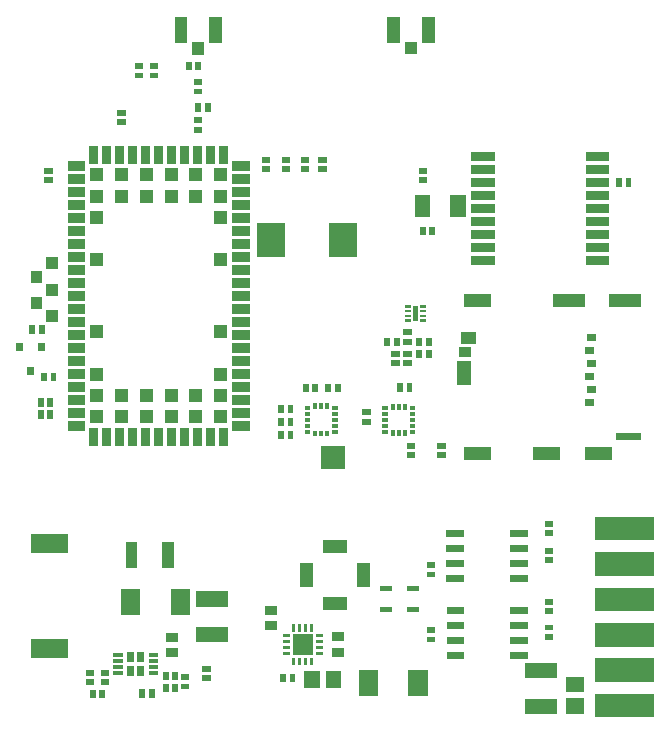
<source format=gbr>
G04 start of page 11 for group -4015 idx -4015 *
G04 Title: (unknown), toppaste *
G04 Creator: pcb 20140316 *
G04 CreationDate: Fri Aug 26 09:03:46 2016 UTC *
G04 For: clemi *
G04 Format: Gerber/RS-274X *
G04 PCB-Dimensions (mil): 6000.00 5000.00 *
G04 PCB-Coordinate-Origin: lower left *
%MOIN*%
%FSLAX25Y25*%
%LNTOPPASTE*%
%ADD160R,0.0237X0.0237*%
%ADD159R,0.0118X0.0118*%
%ADD158R,0.0056X0.0056*%
%ADD157R,0.0079X0.0079*%
%ADD156R,0.0787X0.0787*%
%ADD155R,0.0098X0.0098*%
%ADD154R,0.0197X0.0197*%
%ADD153R,0.0638X0.0638*%
%ADD152R,0.0630X0.0630*%
%ADD151R,0.0295X0.0295*%
%ADD150R,0.0472X0.0472*%
%ADD149R,0.0433X0.0433*%
%ADD148R,0.0138X0.0138*%
%ADD147R,0.0945X0.0945*%
%ADD146C,0.0001*%
%ADD145R,0.0413X0.0413*%
%ADD144R,0.0394X0.0394*%
%ADD143R,0.0157X0.0157*%
%ADD142R,0.0315X0.0315*%
%ADD141R,0.0512X0.0512*%
%ADD140R,0.0236X0.0236*%
%ADD139R,0.0197X0.0197*%
G54D139*X491339Y232283D02*X492125D01*
X491339Y229135D02*X492125D01*
X498032Y189371D02*X498818D01*
X498032Y192519D02*X498818D01*
X537402Y177165D02*X538188D01*
X537402Y180313D02*X538188D01*
G54D140*X504772Y177303D02*X508315D01*
X504772Y172303D02*X508315D01*
X504772Y167303D02*X508315D01*
X504772Y162303D02*X508315D01*
X526031D02*X529575D01*
X526031Y167303D02*X529575D01*
X526031Y172303D02*X529575D01*
X526031Y177303D02*X529575D01*
G54D139*X537288Y171704D02*X538074D01*
X537288Y168556D02*X538074D01*
X498032Y170865D02*X498818D01*
X498032Y167717D02*X498818D01*
X537402Y203150D02*X538188D01*
X537402Y206298D02*X538188D01*
X537402Y197243D02*X538188D01*
X537402Y194095D02*X538188D01*
G54D140*X504610Y203102D02*X508154D01*
X504610Y198102D02*X508154D01*
X504610Y193102D02*X508154D01*
X504610Y188102D02*X508154D01*
X525870D02*X529413D01*
X525870Y193102D02*X529413D01*
X525870Y198102D02*X529413D01*
X525870Y203102D02*X529413D01*
G54D139*X501544Y229130D02*X502330D01*
X501544Y232278D02*X502330D01*
X490158Y262991D02*X490944D01*
X490158Y259843D02*X490944D01*
X495670Y304330D02*Y303544D01*
X498818Y304330D02*Y303544D01*
G54D141*X495552Y313386D02*Y311024D01*
X507362Y313386D02*Y311024D01*
G54D142*X551575Y294094D02*X556299D01*
X551575Y298425D02*X556299D01*
X551575Y302756D02*X556299D01*
X551575Y307087D02*X556299D01*
X551575Y311417D02*X556299D01*
X551575Y315748D02*X556299D01*
X551575Y320079D02*X556299D01*
X551575Y324409D02*X556299D01*
X551575Y328740D02*X556299D01*
X513386D02*X518110D01*
X513386Y324409D02*X518110D01*
X513386Y320079D02*X518110D01*
X513386Y315748D02*X518110D01*
X513386Y311417D02*X518110D01*
X513386Y307087D02*X518110D01*
X513386Y302756D02*X518110D01*
X513386Y298425D02*X518110D01*
X513386Y294094D02*X518110D01*
G54D143*X551575D02*X556299D01*
X551575Y298425D02*X556299D01*
X551575Y302756D02*X556299D01*
X551575Y307087D02*X556299D01*
X551575Y311417D02*X556299D01*
X551575Y315748D02*X556299D01*
X551575Y320079D02*X556299D01*
X551575Y324409D02*X556299D01*
X551575Y328740D02*X556299D01*
X513386D02*X518110D01*
X513386Y324409D02*X518110D01*
X513386Y320079D02*X518110D01*
X513386Y315748D02*X518110D01*
X513386Y311417D02*X518110D01*
X513386Y307087D02*X518110D01*
X513386Y302756D02*X518110D01*
X513386Y298425D02*X518110D01*
X513386Y294094D02*X518110D01*
G54D139*X495276Y324015D02*X496062D01*
X495276Y320867D02*X496062D01*
X561103Y320472D02*Y319686D01*
X564251Y320472D02*Y319686D01*
G54D144*X491732Y364961D02*Y364764D01*
G54D145*X485925Y373130D02*Y368602D01*
X497539Y373130D02*Y368602D01*
G54D146*G36*
X370079Y295276D02*Y291339D01*
X374016D01*
Y295276D01*
X370079D01*
G37*
G54D139*X365473Y271418D02*Y270632D01*
X368621Y271418D02*Y270632D01*
G54D146*G36*
X364961Y290551D02*Y286614D01*
X368898D01*
Y290551D01*
X364961D01*
G37*
G36*
X370079Y286220D02*Y282283D01*
X374016D01*
Y286220D01*
X370079D01*
G37*
G36*
X364961Y281890D02*Y277953D01*
X368898D01*
Y281890D01*
X364961D01*
G37*
G36*
X370079Y277559D02*Y273622D01*
X374016D01*
Y277559D01*
X370079D01*
G37*
G54D139*X455906Y324410D02*X456692D01*
X455906Y327558D02*X456692D01*
X449607Y324409D02*X450393D01*
X449607Y327557D02*X450393D01*
X442914Y324409D02*X443700D01*
X442914Y327557D02*X443700D01*
X497637Y267322D02*Y266536D01*
X494489Y267322D02*Y266536D01*
X497637Y263385D02*Y262599D01*
X494489Y263385D02*Y262599D01*
X490158Y266930D02*X490944D01*
X490158Y270078D02*X490944D01*
X487007Y267322D02*Y266536D01*
X483859Y267322D02*Y266536D01*
X486221Y262991D02*X487007D01*
X486221Y259843D02*X487007D01*
G54D147*X445079Y301772D02*Y299803D01*
X469094Y301772D02*Y299803D01*
G54D148*X456988Y244882D02*X457382D01*
X456988Y242913D02*X457382D01*
X456988Y240945D02*X457382D01*
X456988Y238976D02*X457382D01*
X456988Y237008D02*X457382D01*
X466240D02*X466634D01*
X466240Y238976D02*X466634D01*
X466240Y240945D02*X466634D01*
X466240Y242913D02*X466634D01*
X466240Y244882D02*X466634D01*
X459843Y236516D02*Y236122D01*
X461811Y236516D02*Y236122D01*
X463780Y236516D02*Y236122D01*
Y245768D02*Y245374D01*
X461811Y245768D02*Y245374D01*
X459843Y245768D02*Y245374D01*
G54D139*X464174Y251968D02*Y251182D01*
X467322Y251968D02*Y251182D01*
X459842Y251968D02*Y251182D01*
X456694Y251968D02*Y251182D01*
X451574Y240550D02*Y239764D01*
X448426Y240550D02*Y239764D01*
X451574Y244881D02*Y244095D01*
X448426Y244881D02*Y244095D01*
G54D148*X482890Y244787D02*X483283D01*
X482890Y242819D02*X483283D01*
X482890Y240850D02*X483283D01*
X482890Y238882D02*X483283D01*
X482890Y236913D02*X483283D01*
X492142D02*X492535D01*
X492142Y238882D02*X492535D01*
X492142Y240850D02*X492535D01*
X492142Y242819D02*X492535D01*
X492142Y244787D02*X492535D01*
X485744Y236717D02*Y236323D01*
X487713Y236717D02*Y236323D01*
X489681Y236717D02*Y236323D01*
Y245378D02*Y244984D01*
X487713Y245378D02*Y244984D01*
X485744Y245378D02*Y244984D01*
G54D139*X476493Y240261D02*X477279D01*
X476493Y243409D02*X477279D01*
X488106Y252070D02*Y251284D01*
X491254Y252070D02*Y251284D01*
X451574Y236220D02*Y235434D01*
X448426Y236220D02*Y235434D01*
G54D146*G36*
X461811Y232283D02*Y224409D01*
X469685D01*
Y232283D01*
X461811D01*
G37*
G54D139*X400729Y358854D02*X401515D01*
X400729Y355706D02*X401515D01*
X420414Y337595D02*X421200D01*
X420414Y340743D02*X421200D01*
X405650Y358854D02*X406436D01*
X405650Y355706D02*X406436D01*
X394824Y340154D02*X395610D01*
X394824Y343302D02*X395610D01*
X417659Y359247D02*Y358461D01*
X420807Y359247D02*Y358461D01*
X423955Y345468D02*Y344682D01*
X420807Y345468D02*Y344682D01*
X420414Y350391D02*X421200D01*
X420414Y353539D02*X421200D01*
G54D144*X420807Y364858D02*Y364661D01*
G54D145*X415000Y373028D02*Y368500D01*
X426614Y373028D02*Y368500D01*
G54D139*X371523Y247106D02*Y246320D01*
X368375Y247106D02*Y246320D01*
Y243106D02*Y242320D01*
X371523Y243106D02*Y242320D01*
G54D140*X361240Y265346D02*Y264953D01*
X368720Y265346D02*Y264953D01*
X364980Y257472D02*Y257079D01*
G54D142*X378878Y325567D02*X381634D01*
X378878Y321236D02*X381634D01*
X378878Y316906D02*X381634D01*
X378878Y312575D02*X381634D01*
X378878Y308244D02*X381634D01*
X378878Y303913D02*X381634D01*
X378878Y299583D02*X381634D01*
X378878Y295252D02*X381634D01*
X378878Y290921D02*X381634D01*
X378878Y286591D02*X381634D01*
X378878Y282260D02*X381634D01*
X378878Y277929D02*X381634D01*
X378878Y273598D02*X381634D01*
X378878Y269268D02*X381634D01*
X378878Y264937D02*X381634D01*
X378878Y260606D02*X381634D01*
X378878Y256276D02*X381634D01*
X378878Y251945D02*X381634D01*
X378878Y247614D02*X381634D01*
X378878Y243283D02*X381634D01*
X378878Y238953D02*X381634D01*
X433602D02*X436358D01*
X433602Y243283D02*X436358D01*
X433602Y247614D02*X436358D01*
X433602Y251945D02*X436358D01*
X433602Y256276D02*X436358D01*
X433602Y260606D02*X436358D01*
X433602Y264937D02*X436358D01*
X433602Y269268D02*X436358D01*
X433602Y273598D02*X436358D01*
X433602Y277929D02*X436358D01*
X433602Y282260D02*X436358D01*
X433602Y286591D02*X436358D01*
X433602Y290921D02*X436358D01*
X433602Y295252D02*X436358D01*
X433602Y299583D02*X436358D01*
X433602Y303913D02*X436358D01*
X433602Y308244D02*X436358D01*
X433602Y312575D02*X436358D01*
X433602Y316906D02*X436358D01*
X433602Y321236D02*X436358D01*
X433602Y325567D02*X436358D01*
X385965Y236591D02*Y233835D01*
X390295Y236591D02*Y233835D01*
X394626Y236591D02*Y233835D01*
X398957Y236591D02*Y233835D01*
X403287Y236591D02*Y233835D01*
X407618Y236591D02*Y233835D01*
X411949Y236591D02*Y233835D01*
X416280Y236591D02*Y233835D01*
X420610Y236591D02*Y233835D01*
X424941Y236591D02*Y233835D01*
X429272Y236591D02*Y233835D01*
Y330685D02*Y327929D01*
X424941Y330685D02*Y327929D01*
X420610Y330685D02*Y327929D01*
X416280Y330685D02*Y327929D01*
X411949Y330685D02*Y327929D01*
X407618Y330685D02*Y327929D01*
X403287Y330685D02*Y327929D01*
X398957Y330685D02*Y327929D01*
X394626Y330685D02*Y327929D01*
X390295Y330685D02*Y327929D01*
X385965Y330685D02*Y327929D01*
G54D146*G36*
X384783Y324780D02*Y320449D01*
X389114D01*
Y324780D01*
X384783D01*
G37*
G36*
X393051D02*Y320449D01*
X397382D01*
Y324780D01*
X393051D01*
G37*
G36*
X401319D02*Y320449D01*
X405650D01*
Y324780D01*
X401319D01*
G37*
G36*
X409587D02*Y320449D01*
X413917D01*
Y324780D01*
X409587D01*
G37*
G36*
X417854D02*Y320449D01*
X422185D01*
Y324780D01*
X417854D01*
G37*
G36*
X426122D02*Y320449D01*
X430453D01*
Y324780D01*
X426122D01*
G37*
G36*
X384783Y317693D02*Y313362D01*
X389114D01*
Y317693D01*
X384783D01*
G37*
G36*
X393051D02*Y313362D01*
X397382D01*
Y317693D01*
X393051D01*
G37*
G36*
X401319D02*Y313362D01*
X405650D01*
Y317693D01*
X401319D01*
G37*
G36*
X409587D02*Y313362D01*
X413917D01*
Y317693D01*
X409587D01*
G37*
G36*
X417854D02*Y313362D01*
X422185D01*
Y317693D01*
X417854D01*
G37*
G36*
X426122D02*Y313362D01*
X430453D01*
Y317693D01*
X426122D01*
G37*
G36*
X384783Y310606D02*Y306276D01*
X389114D01*
Y310606D01*
X384783D01*
G37*
G36*
X426122D02*Y306276D01*
X430453D01*
Y310606D01*
X426122D01*
G37*
G36*
X384783Y296433D02*Y292102D01*
X389114D01*
Y296433D01*
X384783D01*
G37*
G36*
X426122D02*Y292102D01*
X430453D01*
Y296433D01*
X426122D01*
G37*
G36*
X384783Y244071D02*Y239740D01*
X389114D01*
Y244071D01*
X384783D01*
G37*
G36*
X393051D02*Y239740D01*
X397382D01*
Y244071D01*
X393051D01*
G37*
G36*
X401319D02*Y239740D01*
X405650D01*
Y244071D01*
X401319D01*
G37*
G36*
X409587D02*Y239740D01*
X413917D01*
Y244071D01*
X409587D01*
G37*
G36*
X417854D02*Y239740D01*
X422185D01*
Y244071D01*
X417854D01*
G37*
G36*
X426122D02*Y239740D01*
X430453D01*
Y244071D01*
X426122D01*
G37*
G36*
X384783Y251157D02*Y246827D01*
X389114D01*
Y251157D01*
X384783D01*
G37*
G36*
X393051D02*Y246827D01*
X397382D01*
Y251157D01*
X393051D01*
G37*
G36*
X401319D02*Y246827D01*
X405650D01*
Y251157D01*
X401319D01*
G37*
G36*
X409587D02*Y246827D01*
X413917D01*
Y251157D01*
X409587D01*
G37*
G36*
X417854D02*Y246827D01*
X422185D01*
Y251157D01*
X417854D01*
G37*
G36*
X426122D02*Y246827D01*
X430453D01*
Y251157D01*
X426122D01*
G37*
G36*
X384783Y258244D02*Y253913D01*
X389114D01*
Y258244D01*
X384783D01*
G37*
G36*
X426122D02*Y253913D01*
X430453D01*
Y258244D01*
X426122D01*
G37*
G36*
X384783Y272417D02*Y268087D01*
X389114D01*
Y272417D01*
X384783D01*
G37*
G36*
X426122D02*Y268087D01*
X430453D01*
Y272417D01*
X426122D01*
G37*
G54D139*X372574Y255645D02*Y254859D01*
X369426Y255645D02*Y254859D01*
G54D149*X559902Y280598D02*X566201D01*
X541398D02*X547697D01*
X511594D02*X516319D01*
G54D144*X510492Y268315D02*X511280D01*
G54D142*X509232Y263591D02*X510020D01*
G54D150*X509429Y258079D02*Y254929D01*
G54D149*X511594Y229811D02*X516319D01*
X534626D02*X539350D01*
X551949D02*X556673D01*
G54D140*X561280Y235480D02*X567185D01*
X550768Y246720D02*X551555D01*
Y251051D02*X552343D01*
X550768Y255382D02*X551555D01*
Y259713D02*X552343D01*
X550768Y264043D02*X551555D01*
Y268374D02*X552343D01*
G54D139*X389304Y156570D02*X390090D01*
X389304Y153422D02*X390090D01*
X384383Y156570D02*X385169D01*
X384383Y153422D02*X385169D01*
G54D141*X422588Y181196D02*X428098D01*
X422588Y169386D02*X428098D01*
G54D151*X411465Y168402D02*X412449D01*
X411465Y163284D02*X412449D01*
G54D139*X402115Y150093D02*Y149307D01*
X405263Y150093D02*Y149307D01*
X416091Y152064D02*X416877D01*
X416091Y155212D02*X416877D01*
X409989Y152062D02*Y151276D01*
X413137Y152062D02*Y151276D01*
X409989Y155999D02*Y155213D01*
X413137Y155999D02*Y155213D01*
X385702Y150062D02*Y149276D01*
X388850Y150062D02*Y149276D01*
G54D144*X398571Y198323D02*Y193598D01*
X410776Y198323D02*Y193598D01*
G54D152*X368059Y164661D02*X374358D01*
X368059Y199701D02*X374358D01*
G54D153*X414949Y181315D02*Y179110D01*
X398335Y181315D02*Y179110D01*
G54D139*X423201Y158023D02*X423987D01*
X423201Y154875D02*X423987D01*
G54D154*X491394Y184713D02*X493362D01*
X482535D02*X484504D01*
G54D141*X545957Y152633D02*X546743D01*
X545957Y145547D02*X546743D01*
G54D153*X477449Y154315D02*Y152110D01*
X494063Y154315D02*Y152110D01*
G54D154*X491394Y177713D02*X493362D01*
X482535D02*X484504D01*
G54D141*X532465Y157287D02*X537975D01*
X532465Y145477D02*X537975D01*
G54D151*X444578Y177503D02*X445562D01*
X444578Y172385D02*X445562D01*
X466971Y168602D02*X467955D01*
X466971Y163484D02*X467955D01*
G54D141*X458736Y154783D02*Y153997D01*
X465822Y154783D02*Y153997D01*
G54D139*X452230Y155267D02*Y154481D01*
X449082Y155267D02*Y154481D01*
G54D155*X458605Y172244D02*Y170866D01*
X456637Y172244D02*Y170866D01*
X454668Y172244D02*Y170866D01*
X452700Y172244D02*Y170866D01*
Y161220D02*Y159843D01*
X454668Y161220D02*Y159843D01*
X456637Y161220D02*Y159843D01*
X458605Y161220D02*Y159843D01*
X449452Y168996D02*X450830D01*
X449452Y167028D02*X450830D01*
X449452Y165059D02*X450830D01*
X449452Y163091D02*X450830D01*
X460475D02*X461853D01*
X460475Y165059D02*X461853D01*
X460475Y167028D02*X461853D01*
X460475Y168996D02*X461853D01*
G54D146*G36*
X452306Y169390D02*Y162697D01*
X458999D01*
Y169390D01*
X452306D01*
G37*
G36*
X456143Y168900D02*Y166534D01*
X458509D01*
Y168900D01*
X456143D01*
G37*
G36*
X452796D02*Y166534D01*
X455162D01*
Y168900D01*
X452796D01*
G37*
G36*
X456143Y165553D02*Y163187D01*
X458509D01*
Y165553D01*
X456143D01*
G37*
G36*
X452796D02*Y163187D01*
X455162D01*
Y165553D01*
X452796D01*
G37*
G54D149*X457051Y190984D02*Y187441D01*
X475949Y190984D02*Y187441D01*
X464728Y198661D02*X468272D01*
X464728Y179764D02*X468272D01*
G54D156*X557043Y145657D02*X568854D01*
X557043Y157469D02*X568854D01*
X557043Y169280D02*X568854D01*
X557043Y181091D02*X568854D01*
X557043Y192902D02*X568854D01*
X557043Y204713D02*X568854D01*
G54D139*X370473Y320867D02*X371259D01*
X370473Y324015D02*X371259D01*
X461812Y324410D02*X462598D01*
X461812Y327558D02*X462598D01*
G54D157*X495177Y274016D02*X496358D01*
X495177Y275591D02*X496358D01*
X495177Y277165D02*X496358D01*
X495177Y278740D02*X496358D01*
X490256D02*X491437D01*
X490256Y277165D02*X491437D01*
X490256Y275591D02*X491437D01*
X490256Y274016D02*X491437D01*
G54D143*X493307Y277953D02*Y274803D01*
G54D158*X493701Y275754D02*Y274640D01*
Y278116D02*Y277002D01*
X492913Y275754D02*Y274640D01*
Y278116D02*Y277002D01*
G54D159*X393110Y162480D02*X395079D01*
X393110Y160512D02*X395079D01*
X393110Y158543D02*X395079D01*
X393110Y156575D02*X395079D01*
X404921D02*X406890D01*
X404921Y158543D02*X406890D01*
X404921Y160512D02*X406890D01*
X404921Y162480D02*X406890D01*
G54D160*X398327Y162343D02*Y161397D01*
Y157658D02*Y156712D01*
X401673Y162343D02*Y161397D01*
Y157658D02*Y156712D01*
M02*

</source>
